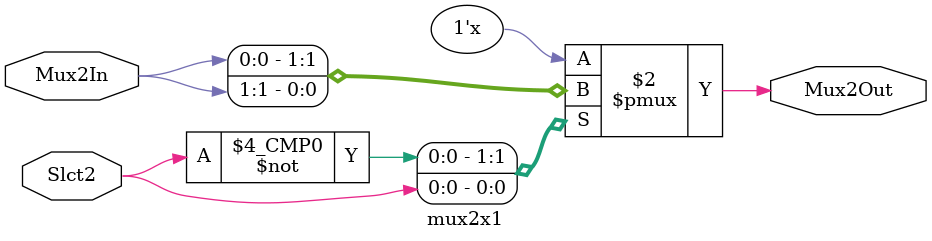
<source format=v>
`timescale 1ns / 1ps


module mux2x1(
Mux2In,Slct2,Mux2Out
    );
    
      input [1:0] Mux2In;
    input Slct2;
    output reg Mux2Out;
    
    always @(Mux2In,Slct2)
    begin
    
    case(Slct2)
    0: Mux2Out  = Mux2In[0];
    1: Mux2Out = Mux2In[1];
    endcase
    end
endmodule

</source>
